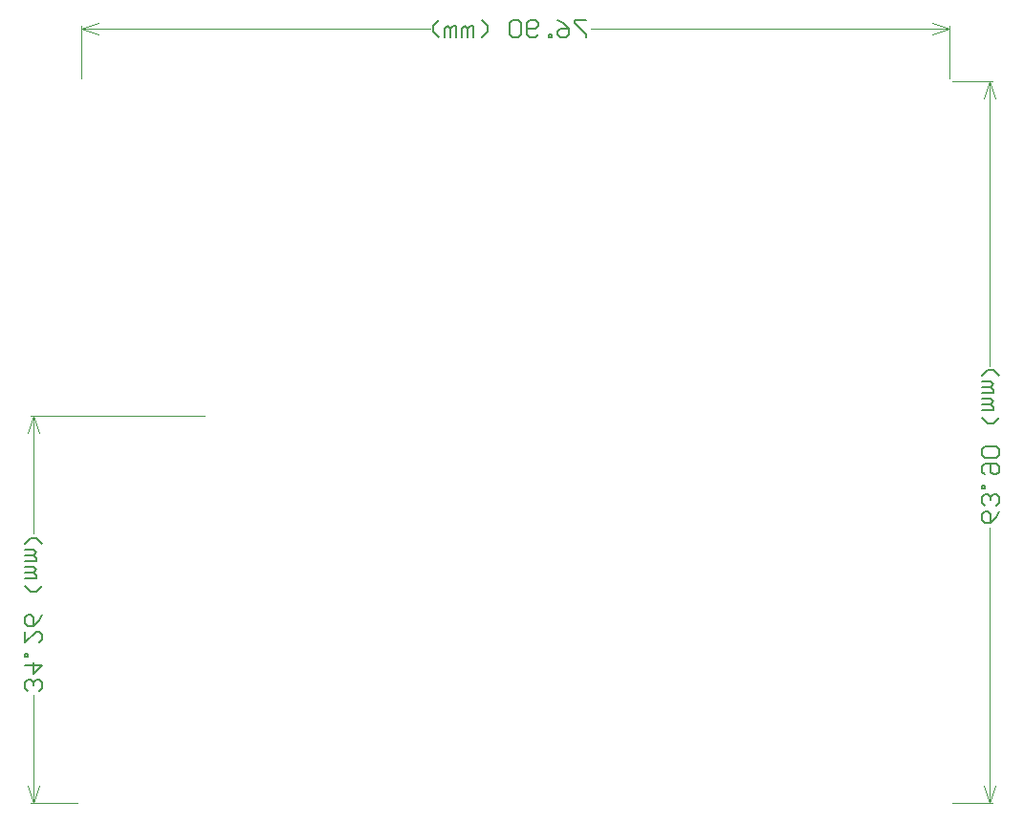
<source format=gm1>
%FSLAX24Y24*%
%MOIN*%
G70*
G01*
G75*
G04 Layer_Color=16711935*
%ADD10C,0.0394*%
%ADD11C,0.0098*%
%ADD12C,0.0118*%
%ADD13C,0.0197*%
%ADD14R,0.0906X0.0795*%
%ADD15C,0.0591*%
%ADD16R,0.0591X0.0591*%
%ADD17R,0.0709X0.0709*%
%ADD18C,0.0217*%
%ADD19C,0.0236*%
%ADD20R,0.1772X0.0591*%
%ADD21O,0.0433X0.0394*%
%ADD22R,0.0433X0.0394*%
%ADD23R,0.0394X0.0433*%
%ADD24O,0.1772X0.0591*%
%ADD25R,0.0787X0.0591*%
%ADD26R,0.0591X0.0787*%
%ADD27R,0.1063X0.0630*%
%ADD28R,0.0984X0.1299*%
%ADD29R,0.1575X0.1181*%
%ADD30R,0.0157X0.0472*%
%ADD31R,0.0098X0.0709*%
%ADD32R,0.0630X0.1181*%
%ADD33R,0.0630X0.0709*%
%ADD34C,0.0157*%
%ADD35C,0.0079*%
%ADD36R,0.1651X0.0909*%
%ADD37C,0.0671*%
%ADD38R,0.0671X0.0671*%
%ADD39R,0.0789X0.0789*%
%ADD40R,0.1852X0.0671*%
%ADD41O,0.0513X0.0474*%
%ADD42R,0.0513X0.0474*%
%ADD43R,0.0474X0.0513*%
%ADD44O,0.1852X0.0671*%
%ADD45R,0.0867X0.0671*%
%ADD46R,0.0671X0.0867*%
%ADD47R,0.1143X0.0710*%
%ADD48R,0.1064X0.1379*%
%ADD49R,0.1655X0.1261*%
%ADD50R,0.0237X0.0552*%
%ADD51R,0.0178X0.0789*%
%ADD52R,0.0710X0.1261*%
%ADD53R,0.0710X0.0789*%
%ADD54C,0.0007*%
%ADD55C,0.0007*%
%ADD56C,0.0010*%
%ADD57C,0.0050*%
%ADD58C,0.0100*%
%ADD59C,0.0059*%
%ADD60C,0.0039*%
D59*
X-4587Y-12579D02*
X-4488Y-12480D01*
Y-12284D01*
X-4587Y-12185D01*
X-4685D01*
X-4784Y-12284D01*
Y-12382D01*
Y-12284D01*
X-4882Y-12185D01*
X-4980D01*
X-5079Y-12284D01*
Y-12480D01*
X-4980Y-12579D01*
X-5079Y-11693D02*
X-4488D01*
X-4784Y-11988D01*
Y-11595D01*
X-5079Y-11398D02*
X-4980D01*
Y-11300D01*
X-5079D01*
Y-11398D01*
Y-10512D02*
Y-10906D01*
X-4685Y-10512D01*
X-4587D01*
X-4488Y-10611D01*
Y-10808D01*
X-4587Y-10906D01*
X-4488Y-9922D02*
X-4587Y-10119D01*
X-4784Y-10316D01*
X-4980D01*
X-5079Y-10217D01*
Y-10021D01*
X-4980Y-9922D01*
X-4882D01*
X-4784Y-10021D01*
Y-10316D01*
X-5079Y-8938D02*
X-4882Y-9135D01*
X-4685D01*
X-4488Y-8938D01*
X-5079Y-8643D02*
X-4685D01*
Y-8545D01*
X-4784Y-8446D01*
X-5079D01*
X-4784D01*
X-4685Y-8348D01*
X-4784Y-8249D01*
X-5079D01*
Y-8053D02*
X-4685D01*
Y-7954D01*
X-4784Y-7856D01*
X-5079D01*
X-4784D01*
X-4685Y-7757D01*
X-4784Y-7659D01*
X-5079D01*
Y-7462D02*
X-4882Y-7265D01*
X-4685D01*
X-4488Y-7462D01*
X14468Y10807D02*
X14075D01*
Y10709D01*
X14468Y10315D01*
Y10217D01*
X13485Y10807D02*
X13681Y10709D01*
X13878Y10512D01*
Y10315D01*
X13780Y10217D01*
X13583D01*
X13485Y10315D01*
Y10413D01*
X13583Y10512D01*
X13878D01*
X13288Y10217D02*
Y10315D01*
X13189D01*
Y10217D01*
X13288D01*
X12796Y10315D02*
X12697Y10217D01*
X12501D01*
X12402Y10315D01*
Y10709D01*
X12501Y10807D01*
X12697D01*
X12796Y10709D01*
Y10610D01*
X12697Y10512D01*
X12402D01*
X12205Y10709D02*
X12107Y10807D01*
X11910D01*
X11812Y10709D01*
Y10315D01*
X11910Y10217D01*
X12107D01*
X12205Y10315D01*
Y10709D01*
X10828Y10217D02*
X11025Y10413D01*
Y10610D01*
X10828Y10807D01*
X10533Y10217D02*
Y10610D01*
X10434D01*
X10336Y10512D01*
Y10217D01*
Y10512D01*
X10238Y10610D01*
X10139Y10512D01*
Y10217D01*
X9942D02*
Y10610D01*
X9844D01*
X9746Y10512D01*
Y10217D01*
Y10512D01*
X9647Y10610D01*
X9549Y10512D01*
Y10217D01*
X9352D02*
X9155Y10413D01*
Y10610D01*
X9352Y10807D01*
X28878Y-6319D02*
X28779Y-6516D01*
X28583Y-6713D01*
X28386D01*
X28287Y-6614D01*
Y-6417D01*
X28386Y-6319D01*
X28484D01*
X28583Y-6417D01*
Y-6713D01*
X28779Y-6122D02*
X28878Y-6024D01*
Y-5827D01*
X28779Y-5729D01*
X28681D01*
X28583Y-5827D01*
Y-5925D01*
Y-5827D01*
X28484Y-5729D01*
X28386D01*
X28287Y-5827D01*
Y-6024D01*
X28386Y-6122D01*
X28287Y-5532D02*
X28386D01*
Y-5433D01*
X28287D01*
Y-5532D01*
X28386Y-5040D02*
X28287Y-4942D01*
Y-4745D01*
X28386Y-4646D01*
X28779D01*
X28878Y-4745D01*
Y-4942D01*
X28779Y-5040D01*
X28681D01*
X28583Y-4942D01*
Y-4646D01*
X28779Y-4450D02*
X28878Y-4351D01*
Y-4154D01*
X28779Y-4056D01*
X28386D01*
X28287Y-4154D01*
Y-4351D01*
X28386Y-4450D01*
X28779D01*
X28287Y-3072D02*
X28484Y-3269D01*
X28681D01*
X28878Y-3072D01*
X28287Y-2777D02*
X28681D01*
Y-2678D01*
X28583Y-2580D01*
X28287D01*
X28583D01*
X28681Y-2482D01*
X28583Y-2383D01*
X28287D01*
Y-2186D02*
X28681D01*
Y-2088D01*
X28583Y-1990D01*
X28287D01*
X28583D01*
X28681Y-1891D01*
X28583Y-1793D01*
X28287D01*
Y-1596D02*
X28484Y-1399D01*
X28681D01*
X28878Y-1596D01*
D60*
X-4883Y-16488D02*
X-3248D01*
X-4883Y-3000D02*
X1187D01*
X-4783Y-16488D02*
Y-12719D01*
Y-7087D02*
Y-3000D01*
Y-16488D02*
X-4583Y-15888D01*
X-4983D02*
X-4783Y-16488D01*
X-4983Y-3600D02*
X-4783Y-3000D01*
X-4583Y-3600D01*
X27138Y8779D02*
Y10612D01*
X-3138Y8779D02*
Y10612D01*
X14657Y10512D02*
X27138D01*
X-3138D02*
X9025D01*
X26538Y10712D02*
X27138Y10512D01*
X26538Y10312D02*
X27138Y10512D01*
X-3138D02*
X-2538Y10312D01*
X-3138Y10512D02*
X-2538Y10712D01*
X27248Y8669D02*
X28635D01*
X27248Y-16488D02*
X28635D01*
X28535Y-1253D02*
Y8669D01*
Y-16488D02*
Y-6884D01*
X28335Y8069D02*
X28535Y8669D01*
X28735Y8069D01*
X28535Y-16488D02*
X28735Y-15888D01*
X28335D02*
X28535Y-16488D01*
M02*

</source>
